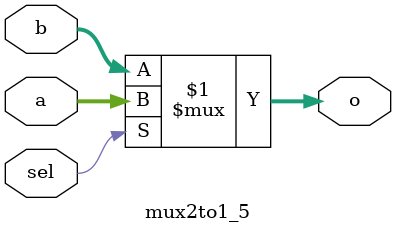
<source format=v>
`timescale 1ns / 1ps
module mux2to1_5(
	input [4:0] a,
	input [4:0] b,
	input sel,
	output [4:0] o
    );
	assign o = sel ? a : b;


endmodule

</source>
